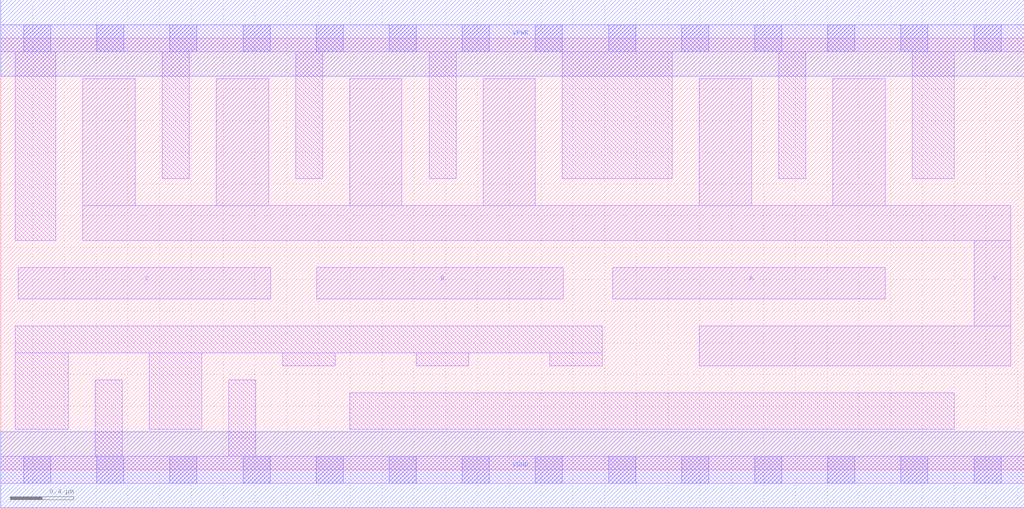
<source format=lef>
# Copyright 2020 The SkyWater PDK Authors
#
# Licensed under the Apache License, Version 2.0 (the "License");
# you may not use this file except in compliance with the License.
# You may obtain a copy of the License at
#
#     https://www.apache.org/licenses/LICENSE-2.0
#
# Unless required by applicable law or agreed to in writing, software
# distributed under the License is distributed on an "AS IS" BASIS,
# WITHOUT WARRANTIES OR CONDITIONS OF ANY KIND, either express or implied.
# See the License for the specific language governing permissions and
# limitations under the License.
#
# SPDX-License-Identifier: Apache-2.0

VERSION 5.7 ;
  NAMESCASESENSITIVE ON ;
  NOWIREEXTENSIONATPIN ON ;
  DIVIDERCHAR "/" ;
  BUSBITCHARS "[]" ;
UNITS
  DATABASE MICRONS 200 ;
END UNITS
MACRO sky130_fd_sc_hd__nand3_4
  CLASS CORE ;
  FOREIGN sky130_fd_sc_hd__nand3_4 ;
  ORIGIN  0.000000  0.000000 ;
  SIZE  6.440000 BY  2.720000 ;
  SYMMETRY X Y R90 ;
  SITE unithd ;
  PIN A
    ANTENNAGATEAREA  0.990000 ;
    DIRECTION INPUT ;
    USE SIGNAL ;
    PORT
      LAYER li1 ;
        RECT 3.850000 1.075000 5.565000 1.275000 ;
    END
  END A
  PIN B
    ANTENNAGATEAREA  0.990000 ;
    DIRECTION INPUT ;
    USE SIGNAL ;
    PORT
      LAYER li1 ;
        RECT 1.990000 1.075000 3.540000 1.275000 ;
    END
  END B
  PIN C
    ANTENNAGATEAREA  0.990000 ;
    DIRECTION INPUT ;
    USE SIGNAL ;
    PORT
      LAYER li1 ;
        RECT 0.110000 1.075000 1.700000 1.275000 ;
    END
  END C
  PIN Y
    ANTENNADIFFAREA  1.971000 ;
    DIRECTION OUTPUT ;
    USE SIGNAL ;
    PORT
      LAYER li1 ;
        RECT 0.515000 1.445000 6.355000 1.665000 ;
        RECT 0.515000 1.665000 0.845000 2.465000 ;
        RECT 1.355000 1.665000 1.685000 2.465000 ;
        RECT 2.195000 1.665000 2.525000 2.465000 ;
        RECT 3.035000 1.665000 3.365000 2.465000 ;
        RECT 4.395000 0.655000 6.355000 0.905000 ;
        RECT 4.395000 1.665000 4.725000 2.465000 ;
        RECT 5.235000 1.665000 5.565000 2.465000 ;
        RECT 6.125000 0.905000 6.355000 1.445000 ;
    END
  END Y
  PIN VGND
    DIRECTION INOUT ;
    SHAPE ABUTMENT ;
    USE GROUND ;
    PORT
      LAYER met1 ;
        RECT 0.000000 -0.240000 6.440000 0.240000 ;
    END
  END VGND
  PIN VPWR
    DIRECTION INOUT ;
    SHAPE ABUTMENT ;
    USE POWER ;
    PORT
      LAYER met1 ;
        RECT 0.000000 2.480000 6.440000 2.960000 ;
    END
  END VPWR
  OBS
    LAYER li1 ;
      RECT 0.000000 -0.085000 6.440000 0.085000 ;
      RECT 0.000000  2.635000 6.440000 2.805000 ;
      RECT 0.090000  0.255000 0.425000 0.735000 ;
      RECT 0.090000  0.735000 3.785000 0.905000 ;
      RECT 0.090000  1.445000 0.345000 2.635000 ;
      RECT 0.595000  0.085000 0.765000 0.565000 ;
      RECT 0.935000  0.255000 1.265000 0.735000 ;
      RECT 1.015000  1.835000 1.185000 2.635000 ;
      RECT 1.435000  0.085000 1.605000 0.565000 ;
      RECT 1.775000  0.655000 2.105000 0.735000 ;
      RECT 1.855000  1.835000 2.025000 2.635000 ;
      RECT 2.195000  0.255000 6.000000 0.485000 ;
      RECT 2.615000  0.655000 2.945000 0.735000 ;
      RECT 2.695000  1.835000 2.865000 2.635000 ;
      RECT 3.455000  0.655000 3.785000 0.735000 ;
      RECT 3.535000  1.835000 4.225000 2.635000 ;
      RECT 4.895000  1.835000 5.065000 2.635000 ;
      RECT 5.735000  1.835000 6.000000 2.635000 ;
    LAYER mcon ;
      RECT 0.145000 -0.085000 0.315000 0.085000 ;
      RECT 0.145000  2.635000 0.315000 2.805000 ;
      RECT 0.605000 -0.085000 0.775000 0.085000 ;
      RECT 0.605000  2.635000 0.775000 2.805000 ;
      RECT 1.065000 -0.085000 1.235000 0.085000 ;
      RECT 1.065000  2.635000 1.235000 2.805000 ;
      RECT 1.525000 -0.085000 1.695000 0.085000 ;
      RECT 1.525000  2.635000 1.695000 2.805000 ;
      RECT 1.985000 -0.085000 2.155000 0.085000 ;
      RECT 1.985000  2.635000 2.155000 2.805000 ;
      RECT 2.445000 -0.085000 2.615000 0.085000 ;
      RECT 2.445000  2.635000 2.615000 2.805000 ;
      RECT 2.905000 -0.085000 3.075000 0.085000 ;
      RECT 2.905000  2.635000 3.075000 2.805000 ;
      RECT 3.365000 -0.085000 3.535000 0.085000 ;
      RECT 3.365000  2.635000 3.535000 2.805000 ;
      RECT 3.825000 -0.085000 3.995000 0.085000 ;
      RECT 3.825000  2.635000 3.995000 2.805000 ;
      RECT 4.285000 -0.085000 4.455000 0.085000 ;
      RECT 4.285000  2.635000 4.455000 2.805000 ;
      RECT 4.745000 -0.085000 4.915000 0.085000 ;
      RECT 4.745000  2.635000 4.915000 2.805000 ;
      RECT 5.205000 -0.085000 5.375000 0.085000 ;
      RECT 5.205000  2.635000 5.375000 2.805000 ;
      RECT 5.665000 -0.085000 5.835000 0.085000 ;
      RECT 5.665000  2.635000 5.835000 2.805000 ;
      RECT 6.125000 -0.085000 6.295000 0.085000 ;
      RECT 6.125000  2.635000 6.295000 2.805000 ;
  END
END sky130_fd_sc_hd__nand3_4
END LIBRARY

</source>
